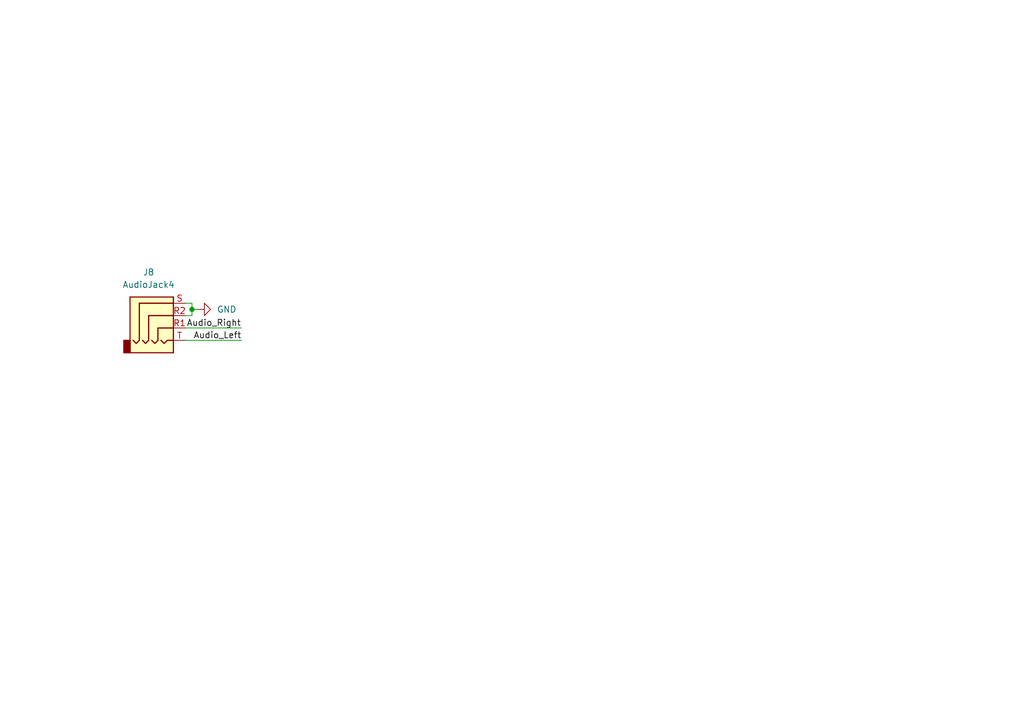
<source format=kicad_sch>
(kicad_sch (version 20211123) (generator eeschema)
  (paper "A5")
  (lib_symbols
    (symbol "Connector:AudioJack4"
      (property "Reference" "J" (at 0 8.89 0))
      (property "Value" "AudioJack4" (at 0 6.35 0))
      (symbol "AudioJack4_0_1"
        (rectangle (start -6.35 -5.08) (end -7.62 -7.62) (stroke (width 0.254)) (fill (type outline)))
        (polyline (pts (xy 0 -5.08) (xy 0.635 -5.715) (xy 1.27 -5.08) (xy 2.54 -5.08)) (stroke (width 0.254)))
        (polyline (pts (xy -5.715 -5.08) (xy -5.08 -5.715) (xy -4.445 -5.08) (xy -4.445 2.54) (xy 2.54 2.54)) (stroke (width 0.254)))
        (polyline (pts (xy -1.905 -5.08) (xy -1.27 -5.715) (xy -0.635 -5.08) (xy -0.635 -2.54) (xy 2.54 -2.54)) (stroke (width 0.254)))
        (polyline (pts (xy 2.54 0) (xy -2.54 0) (xy -2.54 -5.08) (xy -3.175 -5.715) (xy -3.81 -5.08)) (stroke (width 0.254)))
        (rectangle (start 2.54 3.81) (end -6.35 -7.62) (stroke (width 0.254)) (fill (type background)))
      )
      (symbol "AudioJack4_1_1"
        (pin passive line (at 5.08 -2.54 180) (length 2.54) (name "~") (number "R1"))
        (pin passive line (at 5.08 0 180) (length 2.54) (name "~") (number "R2"))
        (pin passive line (at 5.08 2.54 180) (length 2.54) (name "~") (number "S"))
        (pin passive line (at 5.08 -5.08 180) (length 2.54) (name "~") (number "T"))
      )
    )
    (symbol "power:GND" (power) (pin_names (offset 0))
      (property "Value" "GND" (at 0 -3.81 0))
      (symbol "GND_0_1"
        (polyline (pts (xy 0 0) (xy 0 -1.27) (xy 1.27 -1.27) (xy 0 -2.54) (xy -1.27 -1.27) (xy 0 -1.27)))
      )
      (symbol "GND_1_1"
        (pin power_in line (at 0 0 270) (length 0) hide (name "GND") (number "1"))
      )
    )
  )
  (junction (at 39.37 63.5))
  (wire (pts (xy 38.1 64.77) (xy 39.37 64.77)))
  (wire (pts (xy 39.37 64.77) (xy 39.37 63.5)))
  (wire (pts (xy 39.37 62.23) (xy 38.1 62.23)))
  (wire (pts (xy 38.1 67.31) (xy 49.53 67.31)))
  (wire (pts (xy 39.37 63.5) (xy 40.64 63.5)))
  (wire (pts (xy 39.37 63.5) (xy 39.37 62.23)))
  (wire (pts (xy 38.1 69.85) (xy 49.53 69.85)))
  (label "Audio_Right" (at 49.463 67.31 180))
  (label "Audio_Left" (at 49.53 69.85 180))
  (symbol (lib_id "Connector:AudioJack4") (at 33.02 64.77 0) (unit 1)
    (property "Reference" "J8" (at 30.48 55.88 0))
    (property "Value" "AudioJack4" (at 30.48 58.42 0))
    (property "Footprint" "Anh_Footprints:AudioJack_3.5mm_PJ-320" (effects hide))
  )
  (symbol (lib_id "power:GND") (at 40.64 63.5 90) (unit 1)
    (property "Reference" "#PWR0194" (effects hide))
    (property "Value" "GND" (at 44.45 63.4999 90) (effects (justify right)))
  )
)
</source>
